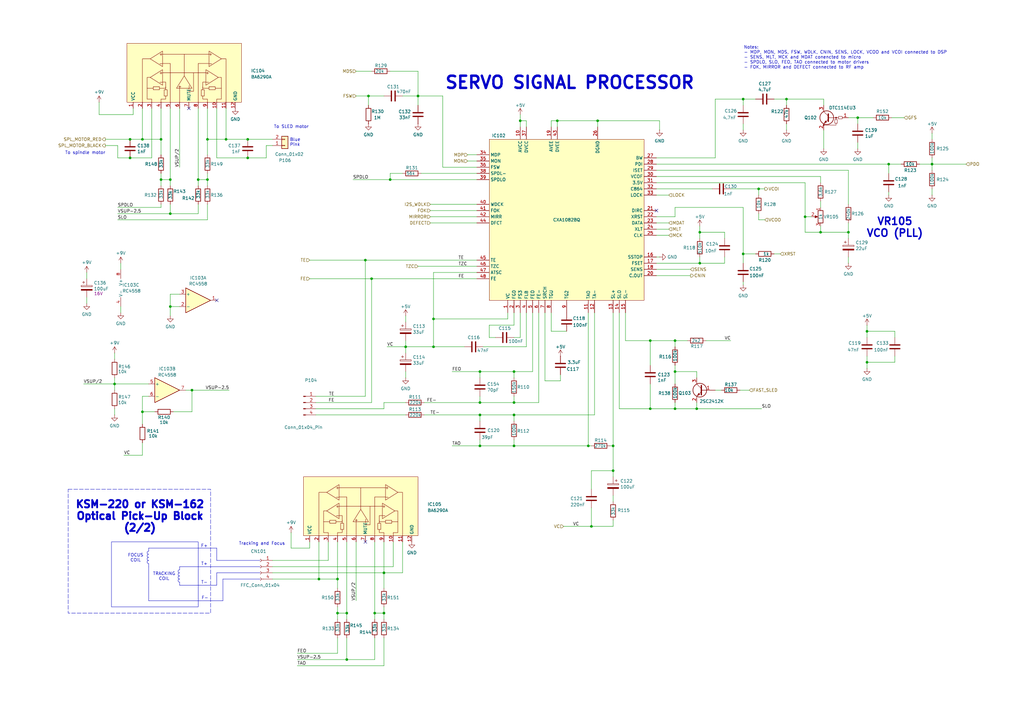
<source format=kicad_sch>
(kicad_sch (version 20231120) (generator "eeschema") (generator_version "8.0")
  (paper "A3")
  (title_block (title "PC-Engine CDR-30A (CD-ROM2) MAIN PWR Reproduction") (date "2025-02-26") (rev "0.1") (company "Author: Regis Galland"))
  (junction (at 210.82 182.88))
  (junction (at 138.43 237.49))
  (junction (at 69.85 87.63))
  (junction (at 287.02 107.95))
  (junction (at 304.8 40.64))
  (junction (at 210.82 165.1))
  (junction (at 166.37 142.24))
  (junction (at 266.7 139.7))
  (junction (at 85.09 57.15))
  (junction (at 228.6 49.53))
  (junction (at 266.7 167.64))
  (junction (at 101.6 64.77))
  (junction (at 196.85 182.88))
  (junction (at 85.09 73.66))
  (junction (at 58.42 168.91))
  (junction (at 153.67 251.46))
  (junction (at 251.46 193.04))
  (junction (at 210.82 152.4))
  (junction (at 196.85 152.4))
  (junction (at 78.74 160.02))
  (junction (at 138.43 251.46))
  (junction (at 382.27 67.31))
  (junction (at 355.6 148.59))
  (junction (at 92.71 57.15))
  (junction (at 276.86 139.7))
  (junction (at 177.8 142.24))
  (junction (at 53.34 64.77))
  (junction (at 311.15 77.47))
  (junction (at 130.81 237.49))
  (junction (at 245.11 49.53))
  (junction (at 276.86 152.4))
  (junction (at 171.45 39.37))
  (junction (at 213.36 49.53))
  (junction (at 69.85 125.73))
  (junction (at 177.8 130.81))
  (junction (at 81.28 73.66))
  (junction (at 149.86 106.68))
  (junction (at 152.4 114.3))
  (junction (at 46.99 157.48))
  (junction (at 151.13 39.37))
  (junction (at 69.85 73.66))
  (junction (at 304.8 104.14))
  (junction (at 330.2 88.9))
  (junction (at 276.86 167.64))
  (junction (at 322.58 40.64))
  (junction (at 53.34 57.15))
  (junction (at 347.98 95.25))
  (junction (at 196.85 165.1))
  (junction (at 196.85 170.18))
  (junction (at 157.48 251.46))
  (junction (at 251.46 182.88))
  (junction (at 364.49 67.31))
  (junction (at 66.04 57.15))
  (junction (at 58.42 57.15))
  (junction (at 142.24 251.46))
  (junction (at 242.57 215.9))
  (junction (at 66.04 73.66))
  (junction (at 241.3 182.88))
  (junction (at 287.02 95.25))
  (junction (at 336.55 95.25))
  (junction (at 157.48 234.95))
  (junction (at 210.82 170.18))
  (junction (at 285.75 167.64))
  (junction (at 351.79 48.26))
  (junction (at 355.6 135.89))
  (junction (at 160.02 73.66))
  (junction (at 101.6 57.15))
  (junction (at 142.24 270.51))
  (no_connect (at 149.86 222.25))
  (no_connect (at 269.24 86.36))
  (no_connect (at 88.9 123.19))
  (no_connect (at 77.47 44.45))
  (wire (pts (xy 332.74 88.9) (xy 330.2 88.9)))
  (wire (pts (xy 48.26 64.77) (xy 48.26 59.69)))
  (polyline (pts (xy 88.9 229.87) (xy 106.68 229.87)))
  (wire (pts (xy 355.6 148.59) (xy 367.03 148.59)))
  (wire (pts (xy 130.81 237.49) (xy 138.43 237.49)))
  (wire (pts (xy 73.66 120.65) (xy 69.85 120.65)))
  (wire (pts (xy 355.6 146.05) (xy 355.6 148.59)))
  (wire (pts (xy 161.29 232.41) (xy 161.29 222.25)))
  (wire (pts (xy 285.75 165.1) (xy 285.75 167.64)))
  (wire (pts (xy 276.86 139.7) (xy 281.94 139.7)))
  (wire (pts (xy 176.53 86.36) (xy 195.58 86.36)))
  (wire (pts (xy 66.04 71.12) (xy 66.04 73.66)))
  (wire (pts (xy 364.49 78.74) (xy 364.49 80.01)))
  (wire (pts (xy 185.42 182.88) (xy 196.85 182.88)))
  (wire (pts (xy 144.78 73.66) (xy 160.02 73.66)))
  (wire (pts (xy 317.5 40.64) (xy 322.58 40.64)))
  (wire (pts (xy 129.54 162.56) (xy 149.86 162.56)))
  (wire (pts (xy 330.2 74.93) (xy 330.2 88.9)))
  (wire (pts (xy 58.42 162.56) (xy 60.96 162.56)))
  (wire (pts (xy 364.49 67.31) (xy 364.49 71.12)))
  (wire (pts (xy 242.57 208.28) (xy 242.57 215.9)))
  (wire (pts (xy 251.46 193.04) (xy 251.46 195.58)))
  (wire (pts (xy 283.21 110.49) (xy 269.24 110.49)))
  (wire (pts (xy 54.61 46.99) (xy 54.61 44.45)))
  (wire (pts (xy 48.26 85.09) (xy 66.04 85.09)))
  (wire (pts (xy 251.46 205.74) (xy 251.46 203.2)))
  (wire (pts (xy 138.43 222.25) (xy 138.43 237.49)))
  (wire (pts (xy 274.32 80.01) (xy 269.24 80.01)))
  (wire (pts (xy 92.71 57.15) (xy 101.6 57.15)))
  (wire (pts (xy 210.82 170.18) (xy 243.84 170.18)))
  (wire (pts (xy 317.5 104.14) (xy 320.04 104.14)))
  (wire (pts (xy 274.32 91.44) (xy 269.24 91.44)))
  (wire (pts (xy 256.54 128.27) (xy 256.54 139.7)))
  (wire (pts (xy 293.37 160.02) (xy 295.91 160.02)))
  (wire (pts (xy 196.85 170.18) (xy 196.85 172.72)))
  (wire (pts (xy 297.18 107.95) (xy 287.02 107.95)))
  (wire (pts (xy 213.36 128.27) (xy 213.36 138.43)))
  (wire (pts (xy 153.67 251.46) (xy 157.48 251.46)))
  (wire (pts (xy 146.05 29.21) (xy 152.4 29.21)))
  (polyline (pts (xy 73.66 238.76) (xy 73.66 240.03)))
  (wire (pts (xy 251.46 128.27) (xy 251.46 182.88)))
  (wire (pts (xy 85.09 63.5) (xy 85.09 57.15)))
  (wire (pts (xy 172.72 71.12) (xy 195.58 71.12)))
  (wire (pts (xy 157.48 167.64) (xy 157.48 165.1)))
  (wire (pts (xy 285.75 152.4) (xy 285.75 154.94)))
  (wire (pts (xy 153.67 222.25) (xy 153.67 251.46)))
  (wire (pts (xy 250.19 182.88) (xy 251.46 182.88)))
  (wire (pts (xy 276.86 85.09) (xy 304.8 85.09)))
  (polyline (pts (xy 91.44 237.49) (xy 91.44 246.38)))
  (wire (pts (xy 152.4 114.3) (xy 152.4 165.1)))
  (wire (pts (xy 46.99 167.64) (xy 46.99 170.18)))
  (wire (pts (xy 270.51 49.53) (xy 245.11 49.53)))
  (wire (pts (xy 43.18 57.15) (xy 53.34 57.15)))
  (wire (pts (xy 66.04 57.15) (xy 66.04 63.5)))
  (wire (pts (xy 336.55 82.55) (xy 336.55 85.09)))
  (wire (pts (xy 210.82 172.72) (xy 210.82 170.18)))
  (wire (pts (xy 127 114.3) (xy 152.4 114.3)))
  (wire (pts (xy 367.03 135.89) (xy 355.6 135.89)))
  (wire (pts (xy 157.48 222.25) (xy 157.48 234.95)))
  (wire (pts (xy 365.76 48.26) (xy 370.84 48.26)))
  (wire (pts (xy 53.34 64.77) (xy 48.26 64.77)))
  (wire (pts (xy 396.24 67.31) (xy 382.27 67.31)))
  (wire (pts (xy 304.8 50.8) (xy 304.8 53.34)))
  (wire (pts (xy 336.55 72.39) (xy 336.55 74.93)))
  (wire (pts (xy 48.26 87.63) (xy 69.85 87.63)))
  (wire (pts (xy 226.06 49.53) (xy 228.6 49.53)))
  (wire (pts (xy 299.72 77.47) (xy 311.15 77.47)))
  (wire (pts (xy 347.98 48.26) (xy 351.79 48.26)))
  (wire (pts (xy 35.56 121.92) (xy 35.56 124.46)))
  (wire (pts (xy 269.24 67.31) (xy 364.49 67.31)))
  (wire (pts (xy 58.42 186.69) (xy 58.42 181.61)))
  (wire (pts (xy 210.82 180.34) (xy 210.82 182.88)))
  (wire (pts (xy 173.99 165.1) (xy 196.85 165.1)))
  (wire (pts (xy 149.86 106.68) (xy 149.86 162.56)))
  (wire (pts (xy 242.57 193.04) (xy 242.57 200.66)))
  (wire (pts (xy 274.32 93.98) (xy 269.24 93.98)))
  (wire (pts (xy 213.36 46.99) (xy 213.36 49.53)))
  (wire (pts (xy 226.06 52.07) (xy 226.06 49.53)))
  (wire (pts (xy 129.54 165.1) (xy 152.4 165.1)))
  (wire (pts (xy 129.54 170.18) (xy 166.37 170.18)))
  (wire (pts (xy 311.15 77.47) (xy 313.69 77.47)))
  (wire (pts (xy 121.92 267.97) (xy 138.43 267.97)))
  (wire (pts (xy 215.9 49.53) (xy 213.36 49.53)))
  (wire (pts (xy 111.76 234.95) (xy 157.48 234.95)))
  (wire (pts (xy 101.6 57.15) (xy 111.76 57.15)))
  (wire (pts (xy 347.98 91.44) (xy 347.98 95.25)))
  (wire (pts (xy 119.38 224.79) (xy 127 224.79)))
  (wire (pts (xy 146.05 222.25) (xy 146.05 246.38)))
  (wire (pts (xy 309.88 40.64) (xy 304.8 40.64)))
  (wire (pts (xy 46.99 157.48) (xy 46.99 160.02)))
  (wire (pts (xy 53.34 64.77) (xy 62.23 64.77)))
  (wire (pts (xy 66.04 44.45) (xy 66.04 57.15)))
  (wire (pts (xy 218.44 152.4) (xy 218.44 128.27)))
  (wire (pts (xy 220.98 165.1) (xy 220.98 128.27)))
  (wire (pts (xy 283.21 113.03) (xy 269.24 113.03)))
  (wire (pts (xy 69.85 73.66) (xy 69.85 76.2)))
  (wire (pts (xy 171.45 109.22) (xy 195.58 109.22)))
  (wire (pts (xy 311.15 87.63) (xy 311.15 90.17)))
  (wire (pts (xy 210.82 152.4) (xy 218.44 152.4)))
  (wire (pts (xy 185.42 152.4) (xy 196.85 152.4)))
  (wire (pts (xy 151.13 39.37) (xy 151.13 43.18)))
  (wire (pts (xy 127 224.79) (xy 127 222.25)))
  (wire (pts (xy 245.11 49.53) (xy 245.11 52.07)))
  (wire (pts (xy 355.6 148.59) (xy 355.6 151.13)))
  (wire (pts (xy 304.8 40.64) (xy 293.37 40.64)))
  (wire (pts (xy 297.18 105.41) (xy 297.18 107.95)))
  (polyline (pts (xy 86.36 232.41) (xy 106.68 232.41)))
  (wire (pts (xy 130.81 237.49) (xy 130.81 222.25)))
  (wire (pts (xy 276.86 149.86) (xy 276.86 152.4)))
  (wire (pts (xy 181.61 68.58) (xy 181.61 39.37)))
  (polyline (pts (xy 73.66 240.03) (xy 86.36 240.03)))
  (wire (pts (xy 213.36 49.53) (xy 213.36 52.07)))
  (polyline (pts (xy 73.66 232.41) (xy 73.66 233.68)))
  (wire (pts (xy 347.98 69.85) (xy 347.98 83.82)))
  (polyline (pts (xy 60.96 246.38) (xy 91.44 246.38)))
  (wire (pts (xy 297.18 95.25) (xy 287.02 95.25)))
  (wire (pts (xy 251.46 193.04) (xy 242.57 193.04)))
  (wire (pts (xy 232.41 135.89) (xy 226.06 135.89)))
  (wire (pts (xy 304.8 104.14) (xy 309.88 104.14)))
  (wire (pts (xy 269.24 74.93) (xy 330.2 74.93)))
  (polyline (pts (xy 88.9 240.03) (xy 86.36 240.03)))
  (wire (pts (xy 177.8 142.24) (xy 190.5 142.24)))
  (wire (pts (xy 165.1 71.12) (xy 160.02 71.12)))
  (wire (pts (xy 276.86 167.64) (xy 266.7 167.64)))
  (wire (pts (xy 223.52 128.27) (xy 223.52 156.21)))
  (wire (pts (xy 111.76 232.41) (xy 161.29 232.41)))
  (wire (pts (xy 287.02 95.25) (xy 287.02 97.79)))
  (wire (pts (xy 213.36 138.43) (xy 210.82 138.43)))
  (wire (pts (xy 138.43 237.49) (xy 138.43 241.3)))
  (polyline (pts (xy 91.44 237.49) (xy 106.68 237.49)))
  (wire (pts (xy 304.8 115.57) (xy 304.8 116.84)))
  (wire (pts (xy 92.71 57.15) (xy 92.71 44.45)))
  (wire (pts (xy 43.18 59.69) (xy 48.26 59.69)))
  (wire (pts (xy 287.02 107.95) (xy 287.02 105.41)))
  (wire (pts (xy 196.85 180.34) (xy 196.85 182.88)))
  (wire (pts (xy 62.23 44.45) (xy 62.23 64.77)))
  (wire (pts (xy 157.48 251.46) (xy 157.48 248.92)))
  (wire (pts (xy 176.53 91.44) (xy 195.58 91.44)))
  (polyline (pts (xy 60.96 224.79) (xy 88.9 224.79)))
  (wire (pts (xy 196.85 152.4) (xy 210.82 152.4)))
  (wire (pts (xy 109.22 59.69) (xy 111.76 59.69)))
  (wire (pts (xy 66.04 73.66) (xy 66.04 76.2)))
  (wire (pts (xy 66.04 73.66) (xy 69.85 73.66)))
  (wire (pts (xy 69.85 44.45) (xy 69.85 73.66)))
  (wire (pts (xy 165.1 234.95) (xy 165.1 222.25)))
  (wire (pts (xy 157.48 167.64) (xy 129.54 167.64)))
  (wire (pts (xy 355.6 133.35) (xy 355.6 135.89)))
  (wire (pts (xy 160.02 71.12) (xy 160.02 73.66)))
  (polyline (pts (xy 73.66 232.41) (xy 86.36 232.41)))
  (wire (pts (xy 215.9 128.27) (xy 215.9 142.24)))
  (wire (pts (xy 196.85 165.1) (xy 210.82 165.1)))
  (wire (pts (xy 322.58 40.64) (xy 337.82 40.64)))
  (wire (pts (xy 81.28 44.45) (xy 81.28 73.66)))
  (wire (pts (xy 101.6 64.77) (xy 109.22 64.77)))
  (wire (pts (xy 166.37 142.24) (xy 177.8 142.24)))
  (wire (pts (xy 254 128.27) (xy 254 167.64)))
  (wire (pts (xy 85.09 73.66) (xy 85.09 71.12)))
  (wire (pts (xy 66.04 83.82) (xy 66.04 85.09)))
  (wire (pts (xy 46.99 147.32) (xy 46.99 144.78)))
  (wire (pts (xy 153.67 261.62) (xy 153.67 270.51)))
  (wire (pts (xy 88.9 44.45) (xy 88.9 64.77)))
  (wire (pts (xy 276.86 167.64) (xy 276.86 165.1)))
  (wire (pts (xy 336.55 95.25) (xy 347.98 95.25)))
  (wire (pts (xy 177.8 130.81) (xy 177.8 142.24)))
  (wire (pts (xy 85.09 44.45) (xy 85.09 57.15)))
  (wire (pts (xy 289.56 139.7) (xy 299.72 139.7)))
  (wire (pts (xy 176.53 83.82) (xy 195.58 83.82)))
  (wire (pts (xy 251.46 213.36) (xy 251.46 215.9)))
  (wire (pts (xy 251.46 182.88) (xy 251.46 193.04)))
  (wire (pts (xy 256.54 139.7) (xy 266.7 139.7)))
  (wire (pts (xy 337.82 40.64) (xy 337.82 43.18)))
  (wire (pts (xy 173.99 170.18) (xy 196.85 170.18)))
  (wire (pts (xy 142.24 251.46) (xy 142.24 254)))
  (wire (pts (xy 266.7 139.7) (xy 276.86 139.7)))
  (wire (pts (xy 111.76 237.49) (xy 130.81 237.49)))
  (wire (pts (xy 88.9 64.77) (xy 101.6 64.77)))
  (wire (pts (xy 157.48 261.62) (xy 157.48 273.05)))
  (wire (pts (xy 242.57 215.9) (xy 251.46 215.9)))
  (wire (pts (xy 270.51 105.41) (xy 269.24 105.41)))
  (wire (pts (xy 242.57 182.88) (xy 241.3 182.88)))
  (wire (pts (xy 336.55 92.71) (xy 336.55 95.25)))
  (wire (pts (xy 311.15 90.17) (xy 313.69 90.17)))
  (wire (pts (xy 266.7 139.7) (xy 266.7 149.86)))
  (wire (pts (xy 53.34 57.15) (xy 58.42 57.15)))
  (wire (pts (xy 276.86 152.4) (xy 285.75 152.4)))
  (wire (pts (xy 138.43 251.46) (xy 142.24 251.46)))
  (wire (pts (xy 119.38 218.44) (xy 119.38 224.79)))
  (wire (pts (xy 76.2 160.02) (xy 78.74 160.02)))
  (wire (pts (xy 208.28 128.27) (xy 208.28 130.81)))
  (wire (pts (xy 69.85 83.82) (xy 69.85 87.63)))
  (wire (pts (xy 196.85 165.1) (xy 196.85 162.56)))
  (wire (pts (xy 111.76 229.87) (xy 134.62 229.87)))
  (wire (pts (xy 229.87 156.21) (xy 229.87 153.67)))
  (wire (pts (xy 85.09 90.17) (xy 85.09 83.82)))
  (wire (pts (xy 269.24 69.85) (xy 347.98 69.85)))
  (wire (pts (xy 269.24 107.95) (xy 287.02 107.95)))
  (wire (pts (xy 269.24 72.39) (xy 336.55 72.39)))
  (wire (pts (xy 34.29 157.48) (xy 46.99 157.48)))
  (wire (pts (xy 210.82 152.4) (xy 210.82 154.94)))
  (wire (pts (xy 138.43 261.62) (xy 138.43 267.97)))
  (wire (pts (xy 293.37 40.64) (xy 293.37 64.77)))
  (wire (pts (xy 58.42 162.56) (xy 58.42 168.91)))
  (wire (pts (xy 142.24 270.51) (xy 153.67 270.51)))
  (wire (pts (xy 81.28 73.66) (xy 85.09 73.66)))
  (wire (pts (xy 177.8 130.81) (xy 177.8 111.76)))
  (polyline (pts (xy 88.9 229.87) (xy 88.9 224.79)))
  (wire (pts (xy 171.45 39.37) (xy 181.61 39.37)))
  (wire (pts (xy 171.45 43.18) (xy 171.45 39.37)))
  (wire (pts (xy 191.77 63.5) (xy 195.58 63.5)))
  (wire (pts (xy 382.27 64.77) (xy 382.27 67.31)))
  (wire (pts (xy 304.8 104.14) (xy 304.8 107.95)))
  (wire (pts (xy 336.55 95.25) (xy 330.2 95.25)))
  (wire (pts (xy 176.53 88.9) (xy 195.58 88.9)))
  (wire (pts (xy 274.32 96.52) (xy 269.24 96.52)))
  (wire (pts (xy 69.85 120.65) (xy 69.85 125.73)))
  (wire (pts (xy 40.64 41.91) (xy 40.64 46.99)))
  (wire (pts (xy 210.82 165.1) (xy 220.98 165.1)))
  (wire (pts (xy 276.86 85.09) (xy 276.86 88.9)))
  (wire (pts (xy 166.37 152.4) (xy 166.37 154.94)))
  (wire (pts (xy 157.48 251.46) (xy 157.48 254)))
  (wire (pts (xy 40.64 46.99) (xy 54.61 46.99)))
  (polyline (pts (xy 88.9 234.95) (xy 106.68 234.95)))
  (wire (pts (xy 142.24 222.25) (xy 142.24 251.46)))
  (wire (pts (xy 138.43 251.46) (xy 138.43 254)))
  (polyline (pts (xy 60.96 224.79) (xy 60.96 226.06)))
  (wire (pts (xy 166.37 139.7) (xy 166.37 142.24)))
  (wire (pts (xy 58.42 57.15) (xy 66.04 57.15)))
  (wire (pts (xy 109.22 64.77) (xy 109.22 59.69)))
  (wire (pts (xy 226.06 128.27) (xy 226.06 135.89)))
  (wire (pts (xy 322.58 53.34) (xy 322.58 50.8)))
  (wire (pts (xy 347.98 95.25) (xy 347.98 97.79)))
  (wire (pts (xy 46.99 154.94) (xy 46.99 157.48)))
  (wire (pts (xy 228.6 49.53) (xy 245.11 49.53)))
  (wire (pts (xy 358.14 48.26) (xy 351.79 48.26)))
  (wire (pts (xy 69.85 125.73) (xy 69.85 129.54)))
  (wire (pts (xy 337.82 60.96) (xy 337.82 53.34)))
  (wire (pts (xy 166.37 129.54) (xy 166.37 132.08)))
  (wire (pts (xy 142.24 261.62) (xy 142.24 270.51)))
  (wire (pts (xy 229.87 156.21) (xy 223.52 156.21)))
  (wire (pts (xy 166.37 142.24) (xy 166.37 144.78)))
  (wire (pts (xy 151.13 39.37) (xy 157.48 39.37)))
  (wire (pts (xy 121.92 273.05) (xy 157.48 273.05)))
  (wire (pts (xy 304.8 40.64) (xy 304.8 43.18)))
  (wire (pts (xy 382.27 67.31) (xy 382.27 69.85)))
  (wire (pts (xy 215.9 52.07) (xy 215.9 49.53)))
  (wire (pts (xy 171.45 29.21) (xy 160.02 29.21)))
  (wire (pts (xy 347.98 105.41) (xy 347.98 107.95)))
  (wire (pts (xy 127 106.68) (xy 149.86 106.68)))
  (wire (pts (xy 364.49 67.31) (xy 369.57 67.31)))
  (wire (pts (xy 196.85 182.88) (xy 210.82 182.88)))
  (wire (pts (xy 241.3 128.27) (xy 241.3 182.88)))
  (wire (pts (xy 63.5 168.91) (xy 58.42 168.91)))
  (wire (pts (xy 50.8 186.69) (xy 58.42 186.69)))
  (wire (pts (xy 177.8 130.81) (xy 208.28 130.81)))
  (wire (pts (xy 93.98 160.02) (xy 78.74 160.02)))
  (wire (pts (xy 152.4 114.3) (xy 195.58 114.3)))
  (wire (pts (xy 276.86 88.9) (xy 269.24 88.9)))
  (wire (pts (xy 198.12 142.24) (xy 215.9 142.24)))
  (wire (pts (xy 276.86 139.7) (xy 276.86 142.24)))
  (wire (pts (xy 355.6 135.89) (xy 355.6 138.43)))
  (wire (pts (xy 49.53 125.73) (xy 49.53 128.27)))
  (wire (pts (xy 266.7 167.64) (xy 254 167.64)))
  (wire (pts (xy 367.03 135.89) (xy 367.03 138.43)))
  (wire (pts (xy 81.28 87.63) (xy 81.28 83.82)))
  (polyline (pts (xy 60.96 232.41) (xy 60.96 246.38)))
  (wire (pts (xy 171.45 39.37) (xy 165.1 39.37)))
  (wire (pts (xy 177.8 111.76) (xy 195.58 111.76)))
  (wire (pts (xy 377.19 67.31) (xy 382.27 67.31)))
  (wire (pts (xy 146.05 39.37) (xy 151.13 39.37)))
  (wire (pts (xy 297.18 95.25) (xy 297.18 97.79)))
  (wire (pts (xy 228.6 49.53) (xy 228.6 52.07)))
  (wire (pts (xy 367.03 148.59) (xy 367.03 146.05)))
  (wire (pts (xy 210.82 133.35) (xy 200.66 133.35)))
  (wire (pts (xy 195.58 68.58) (xy 181.61 68.58)))
  (wire (pts (xy 311.15 77.47) (xy 311.15 80.01)))
  (wire (pts (xy 231.14 215.9) (xy 242.57 215.9)))
  (wire (pts (xy 276.86 152.4) (xy 276.86 157.48)))
  (wire (pts (xy 351.79 48.26) (xy 351.79 50.8)))
  (wire (pts (xy 85.09 57.15) (xy 92.71 57.15)))
  (wire (pts (xy 382.27 54.61) (xy 382.27 57.15)))
  (wire (pts (xy 196.85 170.18) (xy 210.82 170.18)))
  (wire (pts (xy 330.2 88.9) (xy 330.2 95.25)))
  (wire (pts (xy 85.09 73.66) (xy 85.09 76.2)))
  (wire (pts (xy 269.24 64.77) (xy 293.37 64.77)))
  (wire (pts (xy 243.84 128.27) (xy 243.84 170.18)))
  (wire (pts (xy 269.24 77.47) (xy 292.1 77.47)))
  (wire (pts (xy 58.42 168.91) (xy 58.42 173.99)))
  (wire (pts (xy 69.85 87.63) (xy 81.28 87.63)))
  (wire (pts (xy 303.53 160.02) (xy 307.34 160.02)))
  (wire (pts (xy 35.56 111.76) (xy 35.56 114.3)))
  (wire (pts (xy 200.66 138.43) (xy 203.2 138.43)))
  (wire (pts (xy 149.86 106.68) (xy 195.58 106.68)))
  (wire (pts (xy 304.8 85.09) (xy 304.8 104.14)))
  (wire (pts (xy 69.85 125.73) (xy 73.66 125.73)))
  (wire (pts (xy 138.43 248.92) (xy 138.43 251.46)))
  (wire (pts (xy 157.48 241.3) (xy 157.48 234.95)))
  (wire (pts (xy 46.99 157.48) (xy 60.96 157.48)))
  (wire (pts (xy 157.48 165.1) (xy 166.37 165.1)))
  (polyline (pts (xy 88.9 234.95) (xy 88.9 240.03)))
  (wire (pts (xy 351.79 60.96) (xy 351.79 58.42)))
  (wire (pts (xy 81.28 73.66) (xy 81.28 76.2)))
  (wire (pts (xy 287.02 92.71) (xy 287.02 95.25)))
  (wire (pts (xy 157.48 234.95) (xy 165.1 234.95)))
  (wire (pts (xy 78.74 168.91) (xy 71.12 168.91)))
  (wire (pts (xy 160.02 73.66) (xy 195.58 73.66)))
  (wire (pts (xy 78.74 160.02) (xy 78.74 168.91)))
  (wire (pts (xy 285.75 167.64) (xy 276.86 167.64)))
  (wire (pts (xy 58.42 44.45) (xy 58.42 57.15)))
  (wire (pts (xy 200.66 133.35) (xy 200.66 138.43)))
  (wire (pts (xy 48.26 90.17) (xy 85.09 90.17)))
  (wire (pts (xy 322.58 43.18) (xy 322.58 40.64)))
  (wire (pts (xy 266.7 157.48) (xy 266.7 167.64)))
  (wire (pts (xy 210.82 128.27) (xy 210.82 133.35)))
  (wire (pts (xy 210.82 162.56) (xy 210.82 165.1)))
  (wire (pts (xy 191.77 66.04) (xy 195.58 66.04)))
  (wire (pts (xy 382.27 77.47) (xy 382.27 80.01)))
  (wire (pts (xy 73.66 44.45) (xy 73.66 68.58)))
  (wire (pts (xy 196.85 152.4) (xy 196.85 154.94)))
  (wire (pts (xy 210.82 182.88) (xy 241.3 182.88)))
  (wire (pts (xy 158.75 142.24) (xy 166.37 142.24)))
  (polyline (pts (xy 60.96 231.14) (xy 60.96 232.41)))
  (wire (pts (xy 153.67 251.46) (xy 153.67 254)))
  (wire (pts (xy 270.51 53.34) (xy 270.51 49.53)))
  (wire (pts (xy 121.92 270.51) (xy 142.24 270.51)))
  (wire (pts (xy 134.62 229.87) (xy 134.62 222.25)))
  (wire (pts (xy 49.53 107.95) (xy 49.53 110.49)))
  (wire (pts (xy 312.42 167.64) (xy 285.75 167.64)))
  (wire (pts (xy 171.45 29.21) (xy 171.45 39.37)))
  (arc (start 60.96 231.14) (mid 60.325 230.505) (end 60.96 229.87))
  (arc (start 73.66 234.95) (mid 73.025 234.315) (end 73.66 233.68))
  (arc (start 73.66 238.76) (mid 73.025 238.125) (end 73.66 237.49))
  (arc (start 60.96 227.33) (mid 60.325 226.695) (end 60.96 226.06))
  (arc (start 60.96 229.87) (mid 60.325 229.235) (end 60.96 228.6))
  (arc (start 73.66 237.49) (mid 73.025 236.855) (end 73.66 236.22))
  (rectangle (start 27.94 200.66) (end 86.36 251.46) (stroke (width 0) (type dash)))
  (arc (start 73.66 236.22) (mid 73.025 235.585) (end 73.66 234.95))
  (rectangle (start 45.72 222.25) (end 81.28 248.92))
  (arc (start 60.96 228.6) (mid 60.325 227.965) (end 60.96 227.33))
  (text "T-" (at 83.82 239.014 0) (effects (font (size 1.27 1.27))))
  (text "To SLED motor\n" (at 112.268 52.832 0) (effects (font (size 1.27 1.27)) (justify left bottom)))
  (text "Notes:\n- MDP, MON, MDS, FSW, WDLK, CNIN, SENS, LOCK, VCOO and VCOI connected to DSP\n- SENS, MLT, MCK and MDAT conencted to micro\n- SPDLO, SLO, FEO, TAO connected to motor drivers\n- FOK, MIRROR and DEFECT connected to RF amp" (at 305.054 23.622 0) (effects (font (size 1.27 1.27)) (justify left)))
  (text "SERVO SIGNAL PROCESSOR" (at 233.68 34.036 0) (effects (font (size 5 5) (thickness 1) (bold yes))))
  (text "Blue\nPink" (at 118.872 60.198 0) (effects (font (size 1.27 1.27)) (justify left bottom)))
  (text "T+" (at 83.82 231.394 0) (effects (font (size 1.27 1.27))))
  (text "KSM-220 or KSM-162\nOptical Pick-Up Block\n(2/2)" (at 57.404 211.836 0) (effects (font (size 3 3) (thickness 1) (bold yes))))
  (text "F-" (at 84.074 245.364 0) (effects (font (size 1.27 1.27))))
  (text "TRACKING\nCOIL" (at 67.31 236.474 0) (effects (font (size 1.27 1.27))))
  (text "FOCUS\nCOIL" (at 55.626 228.854 0) (effects (font (size 1.27 1.27))))
  (text "To spindle motor\n" (at 26.67 63.5 0) (effects (font (size 1.27 1.27)) (justify left bottom)))
  (text "F+" (at 83.82 224.028 0) (effects (font (size 1.27 1.27))))
  (text "Tracking and Focus\n" (at 97.917 223.774 0) (effects (font (size 1.27 1.27)) (justify left bottom)))
  (text "VR105\nVCO (PLL)\n" (at 367.03 97.536 0) (effects (font (size 3 3) (thickness 0.6) (bold yes)) (justify bottom)))
  (label "FEO" (at 121.92 267.97 0))
  (label "FEO" (at 185.42 152.4 0))
  (label "VSUP{slash}2" (at 146.05 246.38 90))
  (label "VSUP-2.5" (at 121.92 270.51 0))
  (label "FE" (at 137.16 165.1 180))
  (label "SLO" (at 48.26 90.17 0))
  (label "TAO" (at 121.92 273.05 0))
  (label "TE" (at 137.16 162.56 180))
  (label "VC" (at 158.75 142.24 0))
  (label "SLO" (at 312.42 167.64 0))
  (label "FE" (at 187.96 114.3 0))
  (label "VSUP{slash}2" (at 73.66 68.58 90))
  (label "VC" (at 299.72 139.7 180))
  (label "VSUP{slash}2" (at 34.29 157.48 0))
  (label "VSUP-2.5" (at 48.26 87.63 0))
  (label "FE-" (at 179.07 165.1 180))
  (label "TE" (at 187.96 106.68 0))
  (label "VSUP-2.5" (at 93.98 160.02 180))
  (label "VC" (at 50.8 186.69 0))
  (label "SPDLO" (at 48.26 85.09 0))
  (label "SPDLO" (at 144.78 73.66 0))
  (label "TZC" (at 187.96 109.22 0))
  (label "TE-" (at 180.34 170.18 180))
  (label "VC" (at 234.95 215.9 0))
  (label "TAO" (at 185.42 182.88 0))
  (hierarchical_label "PDO" (shape input) (at 396.24 67.31 0))
  (hierarchical_label "MON" (shape input) (at 191.77 66.04 180))
  (hierarchical_label "GFS" (shape input) (at 370.84 48.26 0))
  (hierarchical_label "SENS" (shape input) (at 283.21 110.49 0))
  (hierarchical_label "VCOI" (shape output) (at 313.69 77.47 0))
  (hierarchical_label "FSW" (shape input) (at 146.05 39.37 180))
  (hierarchical_label "FAST_SLED" (shape input) (at 307.34 160.02 0))
  (hierarchical_label "MCK" (shape input) (at 274.32 96.52 0))
  (hierarchical_label "DEFECT" (shape input) (at 176.53 91.44 180))
  (hierarchical_label "CNIN" (shape output) (at 283.21 113.03 0))
  (hierarchical_label "MDS" (shape input) (at 146.05 29.21 180))
  (hierarchical_label "FOK" (shape input) (at 176.53 86.36 180))
  (hierarchical_label "MDAT" (shape input) (at 274.32 91.44 0))
  (hierarchical_label "MLT" (shape input) (at 274.32 93.98 0))
  (hierarchical_label "TE" (shape input) (at 127 106.68 180))
  (hierarchical_label "XRST" (shape input) (at 320.04 104.14 0))
  (hierarchical_label "SPL_MOTOR_RED" (shape output) (at 43.18 57.15 180))
  (hierarchical_label "LOCK" (shape input) (at 274.32 80.01 0))
  (hierarchical_label "I2S_WDLK" (shape input) (at 176.53 83.82 180))
  (hierarchical_label "SPL_MOTOR_BLACK" (shape output) (at 43.18 59.69 180))
  (hierarchical_label "MDP" (shape input) (at 191.77 63.5 180))
  (hierarchical_label "MIRROR" (shape input) (at 176.53 88.9 180))
  (hierarchical_label "VCOO" (shape input) (at 313.69 90.17 0))
  (hierarchical_label "VC" (shape input) (at 231.14 215.9 180))
  (hierarchical_label "FE" (shape input) (at 127 114.3 180))
  (hierarchical_label "TZC" (shape input) (at 171.45 109.22 180))
  (symbol (lib_id "Device:R") (at 157.48 245.11 0) (mirror x) (unit 1)
    (property "Reference" "R151" (at 163.83 245.11 0) (effects (justify right)))
    (property "Value" "33k" (at 157.48 246.761 90) (effects (justify right)))
    (property "Footprint" "Resistor_SMD:R_0603_1608Metric" (effects (hide yes)))
  )
  (symbol (lib_id "power:GND") (at 168.91 222.25 0) (unit 1)
    (property "Reference" "#PWR0109" (effects (hide yes)))
    (property "Value" "GND" (at 168.91 226.6934 0))
    (property "Description" "Power symbol creates a global label with name \"GND\" , ground" (effects (hide yes)))
  )
  (symbol (lib_id "Device:C") (at 304.8 111.76 180) (unit 1)
    (property "Reference" "C125" (at 309.88 110.236 0))
    (property "Value" "100nF" (at 310.388 113.03 0))
    (property "Footprint" "Capacitor_SMD:C_0603_1608Metric" (effects (hide yes)))
  )
  (symbol (lib_id "Device:R") (at 287.02 101.6 0) (mirror y) (unit 1)
    (property "Reference" "R118" (at 280.162 101.6 0) (effects (justify right)))
    (property "Value" "510k" (at 287.02 99.314 90) (effects (justify right)))
    (property "Footprint" "Resistor_SMD:R_0603_1608Metric" (effects (hide yes)))
  )
  (symbol (lib_id "PC-Engine_CDR-30:2SC2412K") (at 288.29 160.02 0) (mirror y) (unit 1)
    (property "Reference" "Q103" (at 283.4386 161.2322 0) (effects (justify left)))
    (property "Value" "2SC2412K" (at 296.926 164.592 0) (effects (justify left)))
    (property "Footprint" "Package_TO_SOT_SMD:SOT-23" (effects (hide yes)))
    (property "Datasheet" "https://fscdn.rohm.com/en/products/databook/datasheet/discrete/transistor/bipolar/2sc4617e3-e.pdf" (effects (hide yes)))
    (property "Description" "NPN transistor, base/emitter/collector, makring BR22, SOT-23" (effects (hide yes)))
    (property "Sim.Device" "PNP" (effects (hide yes)))
    (property "Sim.Type" "GUMMELPOON" (effects (hide yes)))
    (property "Sim.Pins" "1=C 2=B 3=E" (effects (hide yes)))
  )
  (symbol (lib_id "power:GND") (at 351.79 60.96 0) (mirror y) (unit 1)
    (property "Reference" "#PWR071" (effects (hide yes)))
    (property "Value" "GND" (at 351.79 65.4034 0))
    (property "Description" "Power symbol creates a global label with name \"GND\" , ground" (effects (hide yes)))
  )
  (symbol (lib_id "Device:C") (at 207.01 138.43 270) (unit 1)
    (property "Reference" "C115" (at 207.01 134.62 90))
    (property "Value" "100nF" (at 211.582 139.954 90))
    (property "Footprint" "Capacitor_SMD:C_0603_1608Metric" (effects (hide yes)))
  )
  (symbol (lib_id "Device:R") (at 285.75 139.7 90) (unit 1)
    (property "Reference" "R117" (at 283.21 141.986 90) (effects (justify right)))
    (property "Value" "2k2" (at 283.718 139.7 90) (effects (justify right)))
    (property "Footprint" "Resistor_SMD:R_0603_1608Metric" (effects (hide yes)))
  )
  (symbol (lib_id "Device:R") (at 142.24 257.81 0) (mirror x) (unit 1)
    (property "Reference" "R145" (at 148.59 256.54 0) (effects (justify right)))
    (property "Value" "33k" (at 142.494 259.588 90) (effects (justify right)))
    (property "Footprint" "Resistor_SMD:R_0603_1608Metric" (effects (hide yes)))
  )
  (symbol (lib_id "power:GND") (at 35.56 124.46 0) (unit 1)
    (property "Reference" "#PWR0114" (effects (hide yes)))
    (property "Value" "GND" (at 35.56 128.9034 0))
    (property "Description" "Power symbol creates a global label with name \"GND\" , ground" (effects (hide yes)))
  )
  (symbol (lib_id "Device:R") (at 153.67 257.81 180) (unit 1)
    (property "Reference" "R144" (at 147.32 259.334 0) (effects (justify right)))
    (property "Value" "33k" (at 153.67 259.334 90) (effects (justify right)))
    (property "Footprint" "Resistor_SMD:R_0603_1608Metric" (effects (hide yes)))
  )
  (symbol (lib_id "power:GND") (at 382.27 80.01 0) (unit 1)
    (property "Reference" "#PWR077" (effects (hide yes)))
    (property "Value" "GND" (at 382.27 84.4534 0))
    (property "Description" "Power symbol creates a global label with name \"GND\" , ground" (effects (hide yes)))
  )
  (symbol (lib_id "Device:C") (at 196.85 176.53 0) (mirror y) (unit 1)
    (property "Reference" "C120" (at 202.438 176.53 0))
    (property "Value" "39pF" (at 199.898 179.324 0))
    (property "Footprint" "Capacitor_SMD:C_0603_1608Metric" (effects (hide yes)))
  )
  (symbol (lib_id "Device:R") (at 138.43 257.81 180) (unit 1)
    (property "Reference" "R133" (at 132.08 257.81 0) (effects (justify right)))
    (property "Value" "33k" (at 138.43 259.334 90) (effects (justify right)))
    (property "Footprint" "Resistor_SMD:R_0603_1608Metric" (effects (hide yes)))
  )
  (symbol (lib_id "Device:R") (at 276.86 146.05 180) (unit 1)
    (property "Reference" "R116" (at 270.256 146.304 0) (effects (justify right)))
    (property "Value" "100k" (at 276.86 148.336 90) (effects (justify right)))
    (property "Footprint" "Resistor_SMD:R_0603_1608Metric" (effects (hide yes)))
  )
  (symbol (lib_id "Device:C") (at 304.8 46.99 0) (mirror x) (unit 1)
    (property "Reference" "C126" (at 299.72 45.466 0))
    (property "Value" "4.7nF" (at 299.212 48.26 0))
    (property "Footprint" "Capacitor_SMD:C_0603_1608Metric" (effects (hide yes)))
  )
  (symbol (lib_id "power:GND") (at 270.51 105.41 90) (unit 1)
    (property "Reference" "#PWR079" (effects (hide yes)))
    (property "Value" "GND" (at 273.685 105.41 90) (effects (justify right)))
    (property "Description" "Power symbol creates a global label with name \"GND\" , ground" (effects (hide yes)))
  )
  (symbol (lib_id "power:+9V") (at 119.38 218.44 0) (unit 1)
    (property "Reference" "#PWR0103" (effects (hide yes)))
    (property "Value" "+9V" (at 119.38 214.3069 0))
    (property "Description" "Power symbol creates a global label with name \"+9V\"" (effects (hide yes)))
  )
  (symbol (lib_id "Device:C_Polarized") (at 166.37 135.89 0) (unit 1)
    (property "Reference" "C113" (at 169.291 133.7888 0) (effects (justify left)))
    (property "Value" "33uF" (at 169.291 136.2131 0) (effects (justify left)))
    (property "Footprint" "Capacitor_SMD:CP_Elec_5x5.4" (effects (hide yes)))
    (property "Description" "Polarized capacitor" (effects (hide yes)))
  )
  (symbol (lib_id "Device:R") (at 85.09 80.01 0) (mirror x) (unit 1)
    (property "Reference" "R136" (at 91.44 80.01 0) (effects (justify right)))
    (property "Value" "33k" (at 85.09 81.534 90) (effects (justify right)))
    (property "Footprint" "Resistor_SMD:R_0603_1608Metric" (effects (hide yes)))
  )
  (symbol (lib_id "Device:R") (at 46.99 151.13 0) (mirror x) (unit 1)
    (property "Reference" "R146" (at 53.594 150.368 0) (effects (justify right)))
    (property "Value" "10k" (at 52.07 152.4 0) (effects (justify right)))
    (property "Footprint" "Resistor_SMD:R_0603_1608Metric" (effects (hide yes)))
  )
  (symbol (lib_id "Device:R") (at 170.18 170.18 90) (unit 1)
    (property "Reference" "R113" (at 167.64 167.894 90) (effects (justify right)))
    (property "Value" "220k" (at 167.894 170.18 90) (effects (justify right)))
    (property "Footprint" "Resistor_SMD:R_0603_1608Metric" (effects (hide yes)))
  )
  (symbol (lib_id "Device:R") (at 336.55 78.74 180) (unit 1)
    (property "Reference" "R127" (at 338.074 78.74 0) (effects (justify right)))
    (property "Value" "3.6k" (at 336.55 80.772 90) (effects (justify right)))
    (property "Footprint" "Resistor_SMD:R_0603_1608Metric" (effects (hide yes)))
  )
  (symbol (lib_id "Device:R_Potentiometer") (at 336.55 88.9 0) (mirror y) (unit 1)
    (property "Reference" "VR105" (at 340.868 88.9 0))
    (property "Value" "1k" (at 336.55 88.9 90))
    (property "Footprint" "Potentiometer_THT:Potentiometer_ACP_CA6-H2,5_Horizontal" (effects (hide yes)))
  )
  (symbol (lib_id "Device:C") (at 101.6 60.96 0) (mirror y) (unit 1)
    (property "Reference" "C137" (at 98.679 59.7478 0) (effects (justify left)))
    (property "Value" "1nF" (at 98.679 62.1721 0) (effects (justify left)))
    (property "Footprint" "Capacitor_SMD:C_0603_1608Metric" (effects (hide yes)))
  )
  (symbol (lib_id "Device:R") (at 361.95 48.26 270) (mirror x) (unit 1)
    (property "Reference" "R152" (at 364.49 45.72 90) (effects (justify right)))
    (property "Value" "10k" (at 363.728 48.26 90) (effects (justify right)))
    (property "Footprint" "Resistor_SMD:R_0603_1608Metric" (effects (hide yes)))
  )
  (symbol (lib_id "Device:R") (at 210.82 176.53 0) (mirror x) (unit 1)
    (property "Reference" "R112" (at 217.17 176.784 0) (effects (justify right)))
    (property "Value" "100k" (at 210.82 178.816 90) (effects (justify right)))
    (property "Footprint" "Resistor_SMD:R_0603_1608Metric" (effects (hide yes)))
  )
  (symbol (lib_id "Connector_Generic:Conn_01x02") (at 116.84 59.69 0) (mirror x) (unit 1)
    (property "Reference" "P106" (at 114.3 65.786 0) (effects (justify left)))
    (property "Value" "Conn_01x02" (at 112.776 63.246 0) (effects (justify left)))
    (property "Footprint" "Connector_JST:JST_ZH_B2B-ZR_1x02_P1.50mm_Vertical" (effects (hide yes)))
    (property "Description" "Generic connector, single row, 01x02, script generated (kicad-library-utils/schlib/autogen/connector/)" (effects (hide yes)))
  )
  (symbol (lib_id "Device:R") (at 299.72 160.02 90) (mirror x) (unit 1)
    (property "Reference" "R137" (at 297.18 157.734 90) (effects (justify right)))
    (property "Value" "10k" (at 297.18 160.02 90) (effects (justify right)))
    (property "Footprint" "Resistor_SMD:R_0603_1608Metric" (effects (hide yes)))
  )
  (symbol (lib_id "Device:R") (at 170.18 165.1 90) (unit 1)
    (property "Reference" "R111" (at 167.64 162.814 90) (effects (justify right)))
    (property "Value" "220k" (at 167.894 165.1 90) (effects (justify right)))
    (property "Footprint" "Resistor_SMD:R_0603_1608Metric" (effects (hide yes)))
  )
  (symbol (lib_id "Device:R") (at 66.04 67.31 180) (unit 1)
    (property "Reference" "R148" (at 59.436 67.31 0) (effects (justify right)))
    (property "Value" "33k" (at 66.04 68.961 90) (effects (justify right)))
    (property "Footprint" "Resistor_SMD:R_0603_1608Metric" (effects (hide yes)))
  )
  (symbol (lib_id "PC-Engine_CDR-30:FFC_Conn_01x04") (at 106.68 232.41 0) (mirror y) (unit 1)
    (property "Reference" "CN101" (at 106.045 226.094 0))
    (property "Value" "FFC_Conn_01x04" (at 106.68 240.03 0))
    (property "Footprint" "PC-Engine_CDR-30A:FFC_01x04_P1.25mm_Vertical" (effects (hide yes)))
    (property "Description" "Generic connector, single row, 01x04, script generated" (effects (hide yes)))
  )
  (symbol (lib_id "Device:C") (at 266.7 153.67 0) (mirror y) (unit 1)
    (property "Reference" "C123" (at 272.288 153.67 0))
    (property "Value" "1nF" (at 271.526 155.956 0))
    (property "Footprint" "Capacitor_SMD:C_0603_1608Metric" (effects (hide yes)))
  )
  (symbol (lib_id "power:+5V") (at 382.27 54.61 0) (unit 1)
    (property "Reference" "#PWR069" (effects (hide yes)))
    (property "Value" "+5V" (at 382.27 50.8 0))
    (property "Description" "Power symbol creates a global label with name \"+5V\"" (effects (hide yes)))
  )
  (symbol (lib_id "Device:C") (at 196.85 158.75 0) (unit 1)
    (property "Reference" "C154" (at 199.771 157.5378 0) (effects (justify left)))
    (property "Value" "70pF" (at 199.771 159.9621 0) (effects (justify left)))
    (property "Footprint" "Capacitor_SMD:C_0603_1608Metric" (effects (hide yes)))
  )
  (symbol (lib_id "power:+9V") (at 49.53 107.95 0) (unit 1)
    (property "Reference" "#PWR0112" (effects (hide yes)))
    (property "Value" "+9V" (at 49.53 103.8169 0))
    (property "Description" "Power symbol creates a global label with name \"+9V\"" (effects (hide yes)))
  )
  (symbol (lib_id "Device:C") (at 313.69 40.64 90) (mirror x) (unit 1)
    (property "Reference" "C127" (at 313.69 34.3365 90))
    (property "Value" "4.7uF" (at 313.69 36.7608 90))
    (property "Footprint" "Capacitor_SMD:C_0805_2012Metric" (effects (hide yes)))
    (property "Description" "Unpolarized capacitor" (effects (hide yes)))
  )
  (symbol (lib_id "power:+5V") (at 229.87 146.05 0) (unit 1)
    (property "Reference" "#PWR0110" (effects (hide yes)))
    (property "Value" "+5V" (at 229.87 142.24 0))
    (property "Description" "Power symbol creates a global label with name \"+5V\"" (effects (hide yes)))
  )
  (symbol (lib_id "power:GND") (at 337.82 60.96 0) (mirror y) (unit 1)
    (property "Reference" "#PWR070" (effects (hide yes)))
    (property "Value" "GND" (at 337.82 65.4034 0))
    (property "Description" "Power symbol creates a global label with name \"GND\" , ground" (effects (hide yes)))
  )
  (symbol (lib_id "Device:R") (at 210.82 158.75 180) (unit 1)
    (property "Reference" "R110" (at 212.09 158.75 0) (effects (justify right)))
    (property "Value" "150k" (at 210.82 161.29 90) (effects (justify right)))
    (property "Footprint" "Resistor_SMD:R_0603_1608Metric" (effects (hide yes)))
  )
  (symbol (lib_id "Device:R") (at 151.13 46.99 0) (mirror x) (unit 1)
    (property "Reference" "R130" (at 157.48 45.72 0) (effects (justify right)))
    (property "Value" "1M" (at 156.21 48.26 0) (effects (justify right)))
    (property "Footprint" "Resistor_SMD:R_0603_1608Metric" (effects (hide yes)))
  )
  (symbol (lib_id "Device:R") (at 138.43 245.11 180) (unit 1)
    (property "Reference" "R150" (at 131.826 245.11 0) (effects (justify right)))
    (property "Value" "33k" (at 138.43 246.761 90) (effects (justify right)))
    (property "Footprint" "Resistor_SMD:R_0603_1608Metric" (effects (hide yes)))
  )
  (symbol (lib_id "Device:R") (at 373.38 67.31 270) (unit 1)
    (property "Reference" "R123" (at 375.92 69.85 90) (effects (justify right)))
    (property "Value" "10k" (at 375.158 67.31 90) (effects (justify right)))
    (property "Footprint" "Resistor_SMD:R_0603_1608Metric" (effects (hide yes)))
  )
  (symbol (lib_id "Device:C_Polarized") (at 166.37 148.59 0) (unit 1)
    (property "Reference" "C114" (at 169.291 146.4888 0) (effects (justify left)))
    (property "Value" "33uF" (at 169.291 148.9131 0) (effects (justify left)))
    (property "Footprint" "Capacitor_SMD:CP_Elec_5x5.4" (effects (hide yes)))
    (property "Description" "Polarized capacitor" (effects (hide yes)))
  )
  (symbol (lib_id "Device:R") (at 69.85 80.01 0) (mirror x) (unit 1)
    (property "Reference" "R143" (at 76.2 78.486 0) (effects (justify right)))
    (property "Value" "33k" (at 69.85 81.788 90) (effects (justify right)))
    (property "Footprint" "Resistor_SMD:R_0603_1608Metric" (effects (hide yes)))
  )
  (symbol (lib_id "Device:R") (at 157.48 257.81 0) (mirror x) (unit 1)
    (property "Reference" "R134" (at 163.83 257.81 0) (effects (justify right)))
    (property "Value" "33k" (at 157.48 259.334 90) (effects (justify right)))
    (property "Footprint" "Resistor_SMD:R_0603_1608Metric" (effects (hide yes)))
  )
  (symbol (lib_id "Device:C") (at 232.41 132.08 180) (unit 1)
    (property "Reference" "C118" (at 237.49 130.556 0))
    (property "Value" "100nF" (at 237.998 133.35 0))
    (property "Footprint" "Capacitor_SMD:C_0603_1608Metric" (effects (hide yes)))
  )
  (symbol (lib_id "Device:R") (at 382.27 73.66 180) (unit 1)
    (property "Reference" "R124" (at 384.048 73.66 0) (effects (justify right)))
    (property "Value" "100k" (at 382.27 75.946 90) (effects (justify right)))
    (property "Footprint" "Resistor_SMD:R_0603_1608Metric" (effects (hide yes)))
  )
  (symbol (lib_id "PC-Engine_CDR-30:CXA1082BQ") (at 232.41 90.17 0) (unit 1)
    (property "Reference" "IC102" (at 201.676 55.626 0) (effects (justify left)))
    (property "Value" "CXA1082BQ" (at 232.41 90.17 0))
    (property "Footprint" "PC-Engine_CDR-30A:LQFP-48_12x12mm_P0.8mm" (effects (hide yes)))
    (property "Description" "Servo Signal Processor for CD Player" (effects (hide yes)))
  )
  (symbol (lib_id "power:+9V") (at 35.56 111.76 0) (unit 1)
    (property "Reference" "#PWR0113" (effects (hide yes)))
    (property "Value" "+9V" (at 35.56 107.6269 0))
    (property "Description" "Power symbol creates a global label with name \"+9V\"" (effects (hide yes)))
  )
  (symbol (lib_id "Device:C") (at 229.87 149.86 0) (mirror y) (unit 1)
    (property "Reference" "C117" (at 234.95 151.384 0))
    (property "Value" "3.3uF" (at 235.458 148.59 0))
    (property "Footprint" "Capacitor_SMD:C_0805_2012Metric" (effects (hide yes)))
  )
  (symbol (lib_id "Device:C_Polarized") (at 35.56 118.11 0) (unit 1)
    (property "Reference" "C136" (at 38.481 116.0088 0) (effects (justify left)))
    (property "Value" "100uF" (at 38.481 118.4331 0) (effects (justify left)))
    (property "Footprint" "Capacitor_SMD:CP_Elec_6.3x5.4" (effects (hide yes)))
    (property "Voltage" "16V" (at 40.386 120.396 0))
  )
  (symbol (lib_id "power:+5V") (at 166.37 129.54 0) (unit 1)
    (property "Reference" "#PWR083" (effects (hide yes)))
    (property "Value" "+5V" (at 166.37 125.73 0))
    (property "Description" "Power symbol creates a global label with name \"+5V\"" (effects (hide yes)))
  )
  (symbol (lib_id "Device:C") (at 364.49 74.93 180) (unit 1)
    (property "Reference" "C128" (at 369.57 73.406 0))
    (property "Value" "1nF" (at 370.078 76.2 0))
    (property "Footprint" "Capacitor_SMD:C_0603_1608Metric" (effects (hide yes)))
  )
  (symbol (lib_id "power:+9V") (at 40.64 41.91 0) (unit 1)
    (property "Reference" "#PWR027" (effects (hide yes)))
    (property "Value" "+9V" (at 40.64 37.7769 0))
    (property "Description" "Power symbol creates a global label with name \"+9V\"" (effects (hide yes)))
  )
  (symbol (lib_id "power:GND") (at 270.51 53.34 0) (unit 1)
    (property "Reference" "#PWR066" (effects (hide yes)))
    (property "Value" "GND" (at 270.51 57.7834 0))
    (property "Description" "Power symbol creates a global label with name \"GND\" , ground" (effects (hide yes)))
  )
  (symbol (lib_id "power:+5V") (at 213.36 46.99 0) (unit 1)
    (property "Reference" "#PWR061" (effects (hide yes)))
    (property "Value" "+5V" (at 213.36 43.18 0))
    (property "Description" "Power symbol creates a global label with name \"+5V\"" (effects (hide yes)))
  )
  (symbol (lib_id "power:GND") (at 322.58 53.34 0) (mirror y) (unit 1)
    (property "Reference" "#PWR068" (effects (hide yes)))
    (property "Value" "GND" (at 322.58 57.7834 0))
    (property "Description" "Power symbol creates a global label with name \"GND\" , ground" (effects (hide yes)))
  )
  (symbol (lib_id "Device:C") (at 161.29 39.37 90) (unit 1)
    (property "Reference" "C131" (at 163.83 35.56 90) (effects (justify left)))
    (property "Value" "470nF" (at 168.656 37.592 90) (effects (justify left)))
    (property "Footprint" "Capacitor_SMD:C_0603_1608Metric" (effects (hide yes)))
    (property "Description" "Unpolarized capacitor" (effects (hide yes)))
  )
  (symbol (lib_id "power:GND") (at 49.53 128.27 0) (unit 1)
    (property "Reference" "#PWR0115" (effects (hide yes)))
    (property "Value" "GND" (at 49.53 132.7134 0))
    (property "Description" "Power symbol creates a global label with name \"GND\" , ground" (effects (hide yes)))
  )
  (symbol (lib_id "power:GND") (at 46.99 170.18 0) (unit 1)
    (property "Reference" "#PWR0120" (effects (hide yes)))
    (property "Value" "GND" (at 46.99 174.6234 0))
    (property "Description" "Power symbol creates a global label with name \"GND\" , ground" (effects (hide yes)))
  )
  (symbol (lib_id "Device:R") (at 168.91 71.12 90) (unit 1)
    (property "Reference" "R131" (at 166.37 68.834 90) (effects (justify right)))
    (property "Value" "56k" (at 166.624 71.12 90) (effects (justify right)))
    (property "Footprint" "Resistor_SMD:R_0603_1608Metric" (effects (hide yes)))
  )
  (symbol (lib_id "Device:R") (at 382.27 60.96 180) (unit 1)
    (property "Reference" "R125" (at 384.048 60.96 0) (effects (justify right)))
    (property "Value" "100k" (at 382.27 63.246 90) (effects (justify right)))
    (property "Footprint" "Resistor_SMD:R_0603_1608Metric" (effects (hide yes)))
  )
  (symbol (lib_id "Amplifier_Operational:RC4558") (at 52.07 118.11 0) (unit 3)
    (property "Reference" "IC103" (at 50.165 116.8978 0) (effects (justify left)))
    (property "Value" "RC4558" (at 50.165 119.3221 0) (effects (justify left)))
    (property "Footprint" "Package_SO:SOIC-8_3.9x4.9mm_P1.27mm" (effects (hide yes)))
    (property "Datasheet" "http://www.ti.com/lit/ds/symlink/rc4558.pdf" (effects (hide yes)))
  )
  (symbol (lib_id "power:GND") (at 347.98 107.95 0) (unit 1)
    (property "Reference" "#PWR080" (effects (hide yes)))
    (property "Value" "GND" (at 347.98 112.3934 0))
    (property "Description" "Power symbol creates a global label with name \"GND\" , ground" (effects (hide yes)))
  )
  (symbol (lib_id "power:GND") (at 171.45 50.8 0) (unit 1)
    (property "Reference" "#PWR065" (effects (hide yes)))
    (property "Value" "GND" (at 171.45 55.2434 0))
    (property "Description" "Power symbol creates a global label with name \"GND\" , ground" (effects (hide yes)))
  )
  (symbol (lib_id "power:GND") (at 69.85 129.54 0) (unit 1)
    (property "Reference" "#PWR0116" (effects (hide yes)))
    (property "Value" "GND" (at 69.85 133.9834 0))
    (property "Description" "Power symbol creates a global label with name \"GND\" , ground" (effects (hide yes)))
  )
  (symbol (lib_id "PC-Engine_CDR-30:DTC114EU3") (at 339.09 48.26 0) (mirror y) (unit 1)
    (property "Reference" "Q102" (at 335.026 48.26 0) (effects (justify left)))
    (property "Value" "DTC114EU3" (at 351.028 44.196 0) (effects (justify left)))
    (property "Footprint" "Package_TO_SOT_SMD:SOT-23" (effects (hide yes)))
    (property "Datasheet" "https://fscdn.rohm.com/en/products/databook/datasheet/discrete/transistor/digital/dtc114ee3-e.pdf" (effects (hide yes)))
    (property "Description" "NPN bias resistor transistor, base/emitter/collector, 10k, 10k, marking 2421" (effects (hide yes)))
    (property "Sim.Device" "PNP" (effects (hide yes)))
    (property "Sim.Type" "GUMMELPOON" (effects (hide yes)))
    (property "Sim.Pins" "1=C 2=B 3=E" (effects (hide yes)))
  )
  (symbol (lib_id "power:GND") (at 166.37 154.94 0) (unit 1)
    (property "Reference" "#PWR0111" (effects (hide yes)))
    (property "Value" "GND" (at 166.37 159.3834 0))
    (property "Description" "Power symbol creates a global label with name \"GND\" , ground" (effects (hide yes)))
  )
  (symbol (lib_id "PC-Engine_CDR-30:BA6290A") (at 71.12 41.91 0) (unit 1)
    (property "Reference" "IC104" (at 102.9462 29.0103 0) (effects (justify left)))
    (property "Value" "BA6290A" (at 102.9462 31.5472 0) (effects (justify left)))
    (property "Footprint" "TerminalBlock_TE-Connectivity:TerminalBlock_TE_1-282834-2_1x12_P2.54mm_Horizontal" (effects (hide yes)))
    (property "Datasheet" "https://wiki.console5.com/tw/images/4/42/BA6290A.pdf" (effects (hide yes)))
    (property "Description" "Power driver for CD players" (effects (hide yes)))
  )
  (symbol (lib_id "Device:R") (at 58.42 177.8 0) (mirror y) (unit 1)
    (property "Reference" "R141" (at 60.198 176.784 0) (effects (justify right)))
    (property "Value" "10k" (at 60.96 178.816 0) (effects (justify right)))
    (property "Footprint" "Resistor_SMD:R_0603_1608Metric" (effects (hide yes)))
  )
  (symbol (lib_id "Device:R") (at 347.98 87.63 0) (unit 1)
    (property "Reference" "R126" (at 354.33 87.63 0) (effects (justify right)))
    (property "Value" "240k" (at 347.98 85.344 90) (effects (justify right)))
    (property "Footprint" "Resistor_SMD:R_0603_1608Metric" (effects (hide yes)))
  )
  (symbol (lib_id "power:+9V") (at 46.99 144.78 0) (unit 1)
    (property "Reference" "#PWR0117" (effects (hide yes)))
    (property "Value" "+9V" (at 46.99 140.6469 0))
    (property "Description" "Power symbol creates a global label with name \"+9V\"" (effects (hide yes)))
  )
  (symbol (lib_id "Device:C") (at 297.18 101.6 0) (mirror x) (unit 1)
    (property "Reference" "C124" (at 292.1 100.076 0))
    (property "Value" "10nF" (at 291.592 102.87 0))
    (property "Footprint" "Capacitor_SMD:C_0603_1608Metric" (effects (hide yes)))
  )
  (symbol (lib_id "Device:C") (at 355.6 142.24 0) (mirror x) (unit 1)
    (property "Reference" "C119" (at 350.52 140.716 0))
    (property "Value" "47nF" (at 350.012 143.51 0))
    (property "Footprint" "Capacitor_SMD:C_0603_1608Metric" (effects (hide yes)))
  )
  (symbol (lib_id "power:GND") (at 364.49 80.01 0) (unit 1)
    (property "Reference" "#PWR072" (effects (hide yes)))
    (property "Value" "GND" (at 364.49 84.4534 0))
    (property "Description" "Power symbol creates a global label with name \"GND\" , ground" (effects (hide yes)))
  )
  (symbol (lib_id "power:GND") (at 151.13 50.8 0) (unit 1)
    (property "Reference" "#PWR064" (effects (hide yes)))
    (property "Value" "GND" (at 151.13 55.2434 0))
    (property "Description" "Power symbol creates a global label with name \"GND\" , ground" (effects (hide yes)))
  )
  (symbol (lib_id "Amplifier_Operational:RC4558") (at 68.58 160.02 0) (unit 2)
    (property "Reference" "IC103" (at 68.58 151.2402 0))
    (property "Value" "RC4558" (at 68.58 153.7771 0))
    (property "Footprint" "Package_SO:SOIC-8_3.9x4.9mm_P1.27mm" (effects (hide yes)))
    (property "Datasheet" "http://www.ti.com/lit/ds/symlink/rc4558.pdf" (effects (hide yes)))
  )
  (symbol (lib_id "Device:C") (at 171.45 46.99 0) (mirror x) (unit 1)
    (property "Reference" "C132" (at 168.5291 45.7778 0) (effects (justify right)))
    (property "Value" "33nF" (at 168.5291 48.2021 0) (effects (justify right)))
    (property "Footprint" "Capacitor_SMD:C_0603_1608Metric" (effects (hide yes)))
  )
  (symbol (lib_id "Device:R") (at 322.58 46.99 180) (unit 1)
    (property "Reference" "R122" (at 316.23 45.72 0) (effects (justify right)))
    (property "Value" "47k" (at 322.58 48.514 90) (effects (justify right)))
    (property "Footprint" "Resistor_SMD:R_0603_1608Metric" (effects (hide yes)))
  )
  (symbol (lib_id "Device:C") (at 194.31 142.24 270) (unit 1)
    (property "Reference" "C116" (at 194.31 138.43 90))
    (property "Value" "47nF" (at 198.12 143.764 90))
    (property "Footprint" "Capacitor_SMD:C_0603_1608Metric" (effects (hide yes)))
  )
  (symbol (lib_id "Device:R") (at 156.21 29.21 90) (unit 1)
    (property "Reference" "R129" (at 153.67 26.924 90) (effects (justify right)))
    (property "Value" "20k" (at 153.924 29.21 90) (effects (justify right)))
    (property "Footprint" "Resistor_SMD:R_0603_1608Metric" (effects (hide yes)))
  )
  (symbol (lib_id "power:+5V") (at 287.02 92.71 0) (unit 1)
    (property "Reference" "#PWR078" (effects (hide yes)))
    (property "Value" "+5V" (at 287.02 88.9 0))
    (property "Description" "Power symbol creates a global label with name \"+5V\"" (effects (hide yes)))
  )
  (symbol (lib_id "Amplifier_Operational:RC4558") (at 81.28 123.19 0) (unit 1)
    (property "Reference" "IC103" (at 81.28 113.9655 0))
    (property "Value" "RC4558" (at 81.28 116.3898 0))
    (property "Footprint" "Package_SO:SOIC-8_3.9x4.9mm_P1.27mm" (effects (hide yes)))
    (property "Datasheet" "http://www.ti.com/lit/ds/symlink/rc4558.pdf" (effects (hide yes)))
  )
  (symbol (lib_id "Device:R") (at 85.09 67.31 0) (mirror x) (unit 1)
    (property "Reference" "R149" (at 91.44 67.31 0) (effects (justify right)))
    (property "Value" "33k" (at 85.09 68.961 90) (effects (justify right)))
    (property "Footprint" "Resistor_SMD:R_0603_1608Metric" (effects (hide yes)))
  )
  (symbol (lib_id "Connector:Conn_01x04_Pin") (at 124.46 165.1 0) (unit 1)
    (property "Reference" "P104" (at 127.508 155.956 0))
    (property "Value" "Conn_01x04_Pin" (at 124.46 175.26 0))
    (property "Footprint" "Connector_PinHeader_2.00mm:PinHeader_1x04_P2.00mm_Horizontal" (effects (hide yes)))
    (property "Description" "Generic connector, single row, 01x04, script generated" (effects (hide yes)))
  )
  (symbol (lib_id "Device:R") (at 67.31 168.91 270) (mirror x) (unit 1)
    (property "Reference" "R140" (at 69.85 171.196 90) (effects (justify right)))
    (property "Value" "10k" (at 69.088 173.228 90) (effects (justify right)))
    (property "Footprint" "Resistor_SMD:R_0603_1608Metric" (effects (hide yes)))
  )
  (symbol (lib_id "PC-Engine_CDR-30:BA6290A") (at 143.51 219.71 0) (unit 1)
    (property "Reference" "IC105" (at 175.3362 206.8103 0) (effects (justify left)))
    (property "Value" "BA6290A" (at 175.3362 209.3472 0) (effects (justify left)))
    (property "Footprint" "TerminalBlock_TE-Connectivity:TerminalBlock_TE_1-282834-2_1x12_P2.54mm_Horizontal" (effects (hide yes)))
    (property "Datasheet" "https://wiki.console5.com/tw/images/4/42/BA6290A.pdf" (effects (hide yes)))
    (property "Description" "Power driver for CD players" (effects (hide yes)))
  )
  (symbol (lib_id "power:GND") (at 355.6 151.13 0) (mirror y) (unit 1)
    (property "Reference" "#PWR084" (effects (hide yes)))
    (property "Value" "GND" (at 355.6 155.5734 0))
    (property "Description" "Power symbol creates a global label with name \"GND\" , ground" (effects (hide yes)))
  )
  (symbol (lib_id "Device:R") (at 311.15 83.82 180) (unit 1)
    (property "Reference" "R128" (at 313.182 83.82 0) (effects (justify right)))
    (property "Value" "10k" (at 311.15 85.598 90) (effects (justify right)))
    (property "Footprint" "Resistor_SMD:R_0603_1608Metric" (effects (hide yes)))
  )
  (symbol (lib_id "power:+5V") (at 355.6 133.35 0) (unit 1)
    (property "Reference" "#PWR081" (effects (hide yes)))
    (property "Value" "+5V" (at 355.6 129.54 0))
    (property "Description" "Power symbol creates a global label with name \"+5V\"" (effects (hide yes)))
  )
  (symbol (lib_id "Device:C_Polarized") (at 251.46 199.39 0) (mirror y) (unit 1)
    (property "Reference" "C122" (at 254.381 197.2888 0) (effects (justify right)))
    (property "Value" "100uF" (at 254.381 199.7131 0) (effects (justify right)))
    (property "Footprint" "Capacitor_SMD:CP_Elec_5x5.4" (effects (hide yes)))
    (property "Description" "Polarized capacitor" (effects (hide yes)))
  )
  (symbol (lib_id "Device:R") (at 66.04 80.01 180) (unit 1)
    (property "Reference" "R132" (at 59.182 80.01 0) (effects (justify right)))
    (property "Value" "33k" (at 66.04 81.534 90) (effects (justify right)))
    (property "Footprint" "Resistor_SMD:R_0603_1608Metric" (effects (hide yes)))
  )
  (symbol (lib_id "Device:C") (at 367.03 142.24 0) (mirror x) (unit 1)
    (property "Reference" "C133" (at 361.95 140.716 0))
    (property "Value" "100nF" (at 361.442 143.51 0))
    (property "Footprint" "Capacitor_SMD:C_0603_1608Metric" (effects (hide yes)))
  )
  (symbol (lib_id "power:GND") (at 304.8 53.34 0) (mirror y) (unit 1)
    (property "Reference" "#PWR067" (effects (hide yes)))
    (property "Value" "GND" (at 304.8 57.7834 0))
    (property "Description" "Power symbol creates a global label with name \"GND\" , ground" (effects (hide yes)))
  )
  (symbol (lib_id "Device:C") (at 351.79 54.61 0) (mirror y) (unit 1)
    (property "Reference" "C139" (at 354.711 53.3978 0) (effects (justify right)))
    (property "Value" "1uF" (at 354.711 55.8221 0) (effects (justify right)))
    (property "Footprint" "Capacitor_SMD:C_0603_1608Metric" (effects (hide yes)))
    (property "Description" "Unpolarized capacitor" (effects (hide yes)))
  )
  (symbol (lib_id "Device:R") (at 46.99 163.83 0) (mirror x) (unit 1)
    (property "Reference" "R147" (at 53.594 162.814 0) (effects (justify right)))
    (property "Value" "10k" (at 52.07 165.1 0) (effects (justify right)))
    (property "Footprint" "Resistor_SMD:R_0603_1608Metric" (effects (hide yes)))
  )
  (symbol (lib_id "Device:R") (at 81.28 80.01 180) (unit 1)
    (property "Reference" "R142" (at 74.676 81.28 0) (effects (justify right)))
    (property "Value" "33k" (at 81.28 81.534 90) (effects (justify right)))
    (property "Footprint" "Resistor_SMD:R_0603_1608Metric" (effects (hide yes)))
  )
  (symbol (lib_id "Device:C") (at 242.57 204.47 0) (unit 1)
    (property "Reference" "C121" (at 236.474 204.47 0))
    (property "Value" "220nF" (at 236.982 207.01 0))
    (property "Footprint" "Capacitor_SMD:C_0603_1608Metric" (effects (hide yes)))
  )
  (symbol (lib_id "Device:R") (at 276.86 161.29 0) (mirror x) (unit 1)
    (property "Reference" "R138" (at 275.082 161.29 0) (effects (justify right)))
    (property "Value" "100k" (at 276.86 163.576 90) (effects (justify right)))
    (property "Footprint" "Resistor_SMD:R_0603_1608Metric" (effects (hide yes)))
  )
  (symbol (lib_id "Device:R") (at 246.38 182.88 270) (unit 1)
    (property "Reference" "R114" (at 248.92 180.594 90) (effects (justify right)))
    (property "Value" "270k" (at 248.666 182.88 90) (effects (justify right)))
    (property "Footprint" "Resistor_SMD:R_0603_1608Metric" (effects (hide yes)))
  )
  (symbol (lib_id "Device:R") (at 313.69 104.14 270) (unit 1)
    (property "Reference" "R120" (at 316.23 106.68 90) (effects (justify right)))
    (property "Value" "1k" (at 315.468 104.14 90) (effects (justify right)))
    (property "Footprint" "Resistor_SMD:R_0603_1608Metric" (effects (hide yes)))
  )
  (symbol (lib_id "Device:R") (at 251.46 209.55 0) (mirror y) (unit 1)
    (property "Reference" "R115" (at 253.238 209.296 0) (effects (justify right)))
    (property "Value" "33k" (at 251.46 207.772 90) (effects (justify right)))
    (property "Footprint" "Resistor_SMD:R_0603_1608Metric" (effects (hide yes)))
  )
  (symbol (lib_id "Device:C") (at 295.91 77.47 270) (mirror x) (unit 1)
    (property "Reference" "C130" (at 299.72 76.454 90))
    (property "Value" "1nF" (at 298.704 79.502 90))
    (property "Footprint" "Capacitor_SMD:C_0603_1608Metric" (effects (hide yes)))
  )
  (symbol (lib_id "power:GND") (at 96.52 44.45 0) (unit 1)
    (property "Reference" "#PWR0119" (effects (hide yes)))
    (property "Value" "GND" (at 96.52 48.8934 0))
    (property "Description" "Power symbol creates a global label with name \"GND\" , ground" (effects (hide yes)))
  )
  (symbol (lib_id "Device:C") (at 53.34 60.96 0) (unit 1)
    (property "Reference" "C138" (at 56.261 59.7478 0) (effects (justify left)))
    (property "Value" "1nF" (at 56.261 62.1721 0) (effects (justify left)))
    (property "Footprint" "Capacitor_SMD:C_0603_1608Metric" (effects (hide yes)))
  )
  (symbol (lib_id "power:GND") (at 304.8 116.84 0) (unit 1)
    (property "Reference" "#PWR082" (effects (hide yes)))
    (property "Value" "GND" (at 304.8 121.2834 0))
    (property "Description" "Power symbol creates a global label with name \"GND\" , ground" (effects (hide yes)))
  )
  (symbol (lib_id "Device:C_Polarized") (at 347.98 101.6 0) (unit 1)
    (property "Reference" "C129" (at 350.901 99.4988 0) (effects (justify left)))
    (property "Value" "22uF" (at 350.901 101.9231 0) (effects (justify left)))
    (property "Footprint" "Capacitor_SMD:CP_Elec_4x5.4" (effects (hide yes)))
    (property "Description" "Polarized capacitor" (effects (hide yes)))
  )
)
</source>
